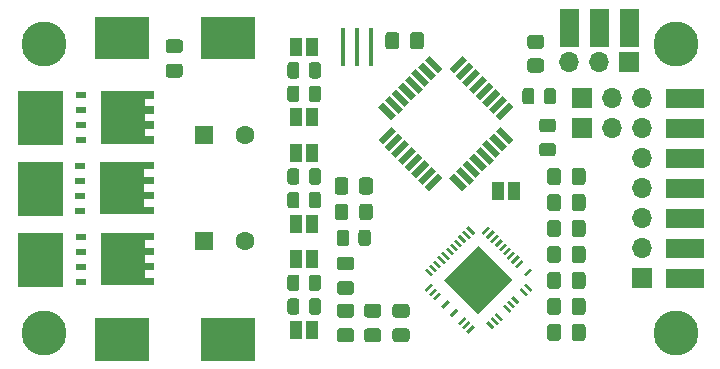
<source format=gbr>
%TF.GenerationSoftware,KiCad,Pcbnew,(5.1.10)-1*%
%TF.CreationDate,2021-11-06T00:48:36+01:00*%
%TF.ProjectId,xESC,78455343-2e6b-4696-9361-645f70636258,rev?*%
%TF.SameCoordinates,Original*%
%TF.FileFunction,Soldermask,Top*%
%TF.FilePolarity,Negative*%
%FSLAX46Y46*%
G04 Gerber Fmt 4.6, Leading zero omitted, Abs format (unit mm)*
G04 Created by KiCad (PCBNEW (5.1.10)-1) date 2021-11-06 00:48:36*
%MOMM*%
%LPD*%
G01*
G04 APERTURE LIST*
%ADD10C,0.100000*%
%ADD11R,1.000000X1.500000*%
%ADD12C,3.800000*%
%ADD13R,1.500000X1.500000*%
%ADD14O,1.700000X1.700000*%
%ADD15R,1.700000X1.700000*%
%ADD16R,0.850000X0.500000*%
%ADD17R,1.600000X1.600000*%
%ADD18C,1.600000*%
%ADD19R,0.400000X3.200000*%
G04 APERTURE END LIST*
D10*
G36*
X203168000Y-32925000D02*
G01*
X201644000Y-32925000D01*
X201644020Y-29811540D01*
X203168020Y-29811540D01*
X203168000Y-32925000D01*
G37*
X203168000Y-32925000D02*
X201644000Y-32925000D01*
X201644020Y-29811540D01*
X203168020Y-29811540D01*
X203168000Y-32925000D01*
G36*
X208248000Y-32925000D02*
G01*
X206724000Y-32925000D01*
X206724020Y-29811540D01*
X208248020Y-29811540D01*
X208248000Y-32925000D01*
G37*
X208248000Y-32925000D02*
X206724000Y-32925000D01*
X206724020Y-29811540D01*
X208248020Y-29811540D01*
X208248000Y-32925000D01*
G36*
X205708000Y-32925000D02*
G01*
X204184000Y-32925000D01*
X204184020Y-29811540D01*
X205708020Y-29811540D01*
X205708000Y-32925000D01*
G37*
X205708000Y-32925000D02*
X204184000Y-32925000D01*
X204184020Y-29811540D01*
X205708020Y-29811540D01*
X205708000Y-32925000D01*
G36*
X213738460Y-36609020D02*
G01*
X213738460Y-38133020D01*
X210625000Y-38133000D01*
X210625000Y-36609000D01*
X213738460Y-36609020D01*
G37*
X213738460Y-36609020D02*
X213738460Y-38133020D01*
X210625000Y-38133000D01*
X210625000Y-36609000D01*
X213738460Y-36609020D01*
G36*
X213738460Y-39149020D02*
G01*
X213738460Y-40673020D01*
X210625000Y-40673000D01*
X210625000Y-39149000D01*
X213738460Y-39149020D01*
G37*
X213738460Y-39149020D02*
X213738460Y-40673020D01*
X210625000Y-40673000D01*
X210625000Y-39149000D01*
X213738460Y-39149020D01*
G36*
X213738460Y-41689020D02*
G01*
X213738460Y-43213020D01*
X210625000Y-43213000D01*
X210625000Y-41689000D01*
X213738460Y-41689020D01*
G37*
X213738460Y-41689020D02*
X213738460Y-43213020D01*
X210625000Y-43213000D01*
X210625000Y-41689000D01*
X213738460Y-41689020D01*
G36*
X213738460Y-44229020D02*
G01*
X213738460Y-45753020D01*
X210625000Y-45753000D01*
X210625000Y-44229000D01*
X213738460Y-44229020D01*
G37*
X213738460Y-44229020D02*
X213738460Y-45753020D01*
X210625000Y-45753000D01*
X210625000Y-44229000D01*
X213738460Y-44229020D01*
G36*
X213738460Y-51849020D02*
G01*
X213738460Y-53373020D01*
X210625000Y-53373000D01*
X210625000Y-51849000D01*
X213738460Y-51849020D01*
G37*
X213738460Y-51849020D02*
X213738460Y-53373020D01*
X210625000Y-53373000D01*
X210625000Y-51849000D01*
X213738460Y-51849020D01*
G36*
X213738460Y-49309020D02*
G01*
X213738460Y-50833020D01*
X210625000Y-50833000D01*
X210625000Y-49309000D01*
X213738460Y-49309020D01*
G37*
X213738460Y-49309020D02*
X213738460Y-50833020D01*
X210625000Y-50833000D01*
X210625000Y-49309000D01*
X213738460Y-49309020D01*
G36*
X175750000Y-59500000D02*
G01*
X171250000Y-59500000D01*
X171250000Y-56000000D01*
X175750000Y-56000000D01*
X175750000Y-59500000D01*
G37*
X175750000Y-59500000D02*
X171250000Y-59500000D01*
X171250000Y-56000000D01*
X175750000Y-56000000D01*
X175750000Y-59500000D01*
G36*
X175750000Y-34000000D02*
G01*
X171250000Y-34000000D01*
X171250000Y-30500000D01*
X175750000Y-30500000D01*
X175750000Y-34000000D01*
G37*
X175750000Y-34000000D02*
X171250000Y-34000000D01*
X171250000Y-30500000D01*
X175750000Y-30500000D01*
X175750000Y-34000000D01*
G36*
X159500000Y-53250000D02*
G01*
X155750000Y-53250000D01*
X155750000Y-48750000D01*
X159500000Y-48750000D01*
X159500000Y-53250000D01*
G37*
X159500000Y-53250000D02*
X155750000Y-53250000D01*
X155750000Y-48750000D01*
X159500000Y-48750000D01*
X159500000Y-53250000D01*
G36*
X159500000Y-47250000D02*
G01*
X155750000Y-47250000D01*
X155750000Y-42750000D01*
X159500000Y-42750000D01*
X159500000Y-47250000D01*
G37*
X159500000Y-47250000D02*
X155750000Y-47250000D01*
X155750000Y-42750000D01*
X159500000Y-42750000D01*
X159500000Y-47250000D01*
G36*
X213738460Y-46769020D02*
G01*
X213738460Y-48293020D01*
X210625000Y-48293000D01*
X210625000Y-46769000D01*
X213738460Y-46769020D01*
G37*
X213738460Y-46769020D02*
X213738460Y-48293020D01*
X210625000Y-48293000D01*
X210625000Y-46769000D01*
X213738460Y-46769020D01*
G36*
X166750000Y-59500000D02*
G01*
X162250000Y-59500000D01*
X162250000Y-56000000D01*
X166750000Y-56000000D01*
X166750000Y-59500000D01*
G37*
X166750000Y-59500000D02*
X162250000Y-59500000D01*
X162250000Y-56000000D01*
X166750000Y-56000000D01*
X166750000Y-59500000D01*
G36*
X166750000Y-34000000D02*
G01*
X162250000Y-34000000D01*
X162250000Y-30500000D01*
X166750000Y-30500000D01*
X166750000Y-34000000D01*
G37*
X166750000Y-34000000D02*
X162250000Y-34000000D01*
X162250000Y-30500000D01*
X166750000Y-30500000D01*
X166750000Y-34000000D01*
G36*
X159500000Y-41250000D02*
G01*
X155750000Y-41250000D01*
X155750000Y-36750000D01*
X159500000Y-36750000D01*
X159500000Y-41250000D01*
G37*
X159500000Y-41250000D02*
X155750000Y-41250000D01*
X155750000Y-36750000D01*
X159500000Y-36750000D01*
X159500000Y-41250000D01*
%TO.C,R21*%
G36*
G01*
X199500000Y-36749999D02*
X199500000Y-37650001D01*
G75*
G02*
X199250001Y-37900000I-249999J0D01*
G01*
X198724999Y-37900000D01*
G75*
G02*
X198475000Y-37650001I0J249999D01*
G01*
X198475000Y-36749999D01*
G75*
G02*
X198724999Y-36500000I249999J0D01*
G01*
X199250001Y-36500000D01*
G75*
G02*
X199500000Y-36749999I0J-249999D01*
G01*
G37*
G36*
G01*
X201325000Y-36749999D02*
X201325000Y-37650001D01*
G75*
G02*
X201075001Y-37900000I-249999J0D01*
G01*
X200549999Y-37900000D01*
G75*
G02*
X200300000Y-37650001I0J249999D01*
G01*
X200300000Y-36749999D01*
G75*
G02*
X200549999Y-36500000I249999J0D01*
G01*
X201075001Y-36500000D01*
G75*
G02*
X201325000Y-36749999I0J-249999D01*
G01*
G37*
%TD*%
D11*
%TO.C,JP1*%
X197750000Y-45200000D03*
X196450000Y-45200000D03*
%TD*%
%TO.C,D4*%
G36*
G01*
X200149999Y-41150000D02*
X201050001Y-41150000D01*
G75*
G02*
X201300000Y-41399999I0J-249999D01*
G01*
X201300000Y-42050001D01*
G75*
G02*
X201050001Y-42300000I-249999J0D01*
G01*
X200149999Y-42300000D01*
G75*
G02*
X199900000Y-42050001I0J249999D01*
G01*
X199900000Y-41399999D01*
G75*
G02*
X200149999Y-41150000I249999J0D01*
G01*
G37*
G36*
G01*
X200149999Y-39100000D02*
X201050001Y-39100000D01*
G75*
G02*
X201300000Y-39349999I0J-249999D01*
G01*
X201300000Y-40000001D01*
G75*
G02*
X201050001Y-40250000I-249999J0D01*
G01*
X200149999Y-40250000D01*
G75*
G02*
X199900000Y-40000001I0J249999D01*
G01*
X199900000Y-39349999D01*
G75*
G02*
X200149999Y-39100000I249999J0D01*
G01*
G37*
%TD*%
D12*
%TO.C,H4*%
X158000000Y-57250000D03*
%TD*%
%TO.C,H3*%
X211500000Y-57250000D03*
%TD*%
%TO.C,H2*%
X211500000Y-32750000D03*
%TD*%
%TO.C,H1*%
X158000000Y-32750000D03*
%TD*%
D13*
%TO.C,TP7*%
X207500000Y-32000000D03*
%TD*%
%TO.C,TP2*%
X202400000Y-32000000D03*
%TD*%
%TO.C,TP1*%
X204950000Y-32000000D03*
%TD*%
D14*
%TO.C,J4*%
X202420000Y-34300000D03*
X204960000Y-34300000D03*
D15*
X207500000Y-34300000D03*
%TD*%
D10*
%TO.C,U1*%
G36*
X190214555Y-34143666D02*
G01*
X190603464Y-33754757D01*
X191734835Y-34886128D01*
X191345926Y-35275037D01*
X190214555Y-34143666D01*
G37*
G36*
X189648870Y-34709352D02*
G01*
X190037779Y-34320443D01*
X191169150Y-35451814D01*
X190780241Y-35840723D01*
X189648870Y-34709352D01*
G37*
G36*
X189083184Y-35275037D02*
G01*
X189472093Y-34886128D01*
X190603464Y-36017499D01*
X190214555Y-36406408D01*
X189083184Y-35275037D01*
G37*
G36*
X188517499Y-35840722D02*
G01*
X188906408Y-35451813D01*
X190037779Y-36583184D01*
X189648870Y-36972093D01*
X188517499Y-35840722D01*
G37*
G36*
X187951813Y-36406408D02*
G01*
X188340722Y-36017499D01*
X189472093Y-37148870D01*
X189083184Y-37537779D01*
X187951813Y-36406408D01*
G37*
G36*
X187386128Y-36972093D02*
G01*
X187775037Y-36583184D01*
X188906408Y-37714555D01*
X188517499Y-38103464D01*
X187386128Y-36972093D01*
G37*
G36*
X186820443Y-37537779D02*
G01*
X187209352Y-37148870D01*
X188340723Y-38280241D01*
X187951814Y-38669150D01*
X186820443Y-37537779D01*
G37*
G36*
X186254757Y-38103464D02*
G01*
X186643666Y-37714555D01*
X187775037Y-38845926D01*
X187386128Y-39234835D01*
X186254757Y-38103464D01*
G37*
G36*
X186643666Y-41285445D02*
G01*
X186254757Y-40896536D01*
X187386128Y-39765165D01*
X187775037Y-40154074D01*
X186643666Y-41285445D01*
G37*
G36*
X187209352Y-41851130D02*
G01*
X186820443Y-41462221D01*
X187951814Y-40330850D01*
X188340723Y-40719759D01*
X187209352Y-41851130D01*
G37*
G36*
X187775037Y-42416816D02*
G01*
X187386128Y-42027907D01*
X188517499Y-40896536D01*
X188906408Y-41285445D01*
X187775037Y-42416816D01*
G37*
G36*
X188340722Y-42982501D02*
G01*
X187951813Y-42593592D01*
X189083184Y-41462221D01*
X189472093Y-41851130D01*
X188340722Y-42982501D01*
G37*
G36*
X188906408Y-43548187D02*
G01*
X188517499Y-43159278D01*
X189648870Y-42027907D01*
X190037779Y-42416816D01*
X188906408Y-43548187D01*
G37*
G36*
X189472093Y-44113872D02*
G01*
X189083184Y-43724963D01*
X190214555Y-42593592D01*
X190603464Y-42982501D01*
X189472093Y-44113872D01*
G37*
G36*
X190037779Y-44679557D02*
G01*
X189648870Y-44290648D01*
X190780241Y-43159277D01*
X191169150Y-43548186D01*
X190037779Y-44679557D01*
G37*
G36*
X190603464Y-45245243D02*
G01*
X190214555Y-44856334D01*
X191345926Y-43724963D01*
X191734835Y-44113872D01*
X190603464Y-45245243D01*
G37*
G36*
X192265165Y-44113872D02*
G01*
X192654074Y-43724963D01*
X193785445Y-44856334D01*
X193396536Y-45245243D01*
X192265165Y-44113872D01*
G37*
G36*
X192830850Y-43548186D02*
G01*
X193219759Y-43159277D01*
X194351130Y-44290648D01*
X193962221Y-44679557D01*
X192830850Y-43548186D01*
G37*
G36*
X193396536Y-42982501D02*
G01*
X193785445Y-42593592D01*
X194916816Y-43724963D01*
X194527907Y-44113872D01*
X193396536Y-42982501D01*
G37*
G36*
X193962221Y-42416816D02*
G01*
X194351130Y-42027907D01*
X195482501Y-43159278D01*
X195093592Y-43548187D01*
X193962221Y-42416816D01*
G37*
G36*
X194527907Y-41851130D02*
G01*
X194916816Y-41462221D01*
X196048187Y-42593592D01*
X195659278Y-42982501D01*
X194527907Y-41851130D01*
G37*
G36*
X195093592Y-41285445D02*
G01*
X195482501Y-40896536D01*
X196613872Y-42027907D01*
X196224963Y-42416816D01*
X195093592Y-41285445D01*
G37*
G36*
X195659277Y-40719759D02*
G01*
X196048186Y-40330850D01*
X197179557Y-41462221D01*
X196790648Y-41851130D01*
X195659277Y-40719759D01*
G37*
G36*
X196224963Y-40154074D02*
G01*
X196613872Y-39765165D01*
X197745243Y-40896536D01*
X197356334Y-41285445D01*
X196224963Y-40154074D01*
G37*
G36*
X196613872Y-39234835D02*
G01*
X196224963Y-38845926D01*
X197356334Y-37714555D01*
X197745243Y-38103464D01*
X196613872Y-39234835D01*
G37*
G36*
X196048186Y-38669150D02*
G01*
X195659277Y-38280241D01*
X196790648Y-37148870D01*
X197179557Y-37537779D01*
X196048186Y-38669150D01*
G37*
G36*
X195482501Y-38103464D02*
G01*
X195093592Y-37714555D01*
X196224963Y-36583184D01*
X196613872Y-36972093D01*
X195482501Y-38103464D01*
G37*
G36*
X194916816Y-37537779D02*
G01*
X194527907Y-37148870D01*
X195659278Y-36017499D01*
X196048187Y-36406408D01*
X194916816Y-37537779D01*
G37*
G36*
X194351130Y-36972093D02*
G01*
X193962221Y-36583184D01*
X195093592Y-35451813D01*
X195482501Y-35840722D01*
X194351130Y-36972093D01*
G37*
G36*
X193785445Y-36406408D02*
G01*
X193396536Y-36017499D01*
X194527907Y-34886128D01*
X194916816Y-35275037D01*
X193785445Y-36406408D01*
G37*
G36*
X193219759Y-35840723D02*
G01*
X192830850Y-35451814D01*
X193962221Y-34320443D01*
X194351130Y-34709352D01*
X193219759Y-35840723D01*
G37*
G36*
X192654074Y-35275037D02*
G01*
X192265165Y-34886128D01*
X193396536Y-33754757D01*
X193785445Y-34143666D01*
X192654074Y-35275037D01*
G37*
%TD*%
%TO.C,Q3*%
G36*
X167325000Y-49395000D02*
G01*
X166525000Y-49395000D01*
X166525000Y-50065000D01*
X167325000Y-50065000D01*
X167325000Y-50665000D01*
X166525000Y-50665000D01*
X166525000Y-51335000D01*
X167325000Y-51335000D01*
X167325000Y-51935000D01*
X166525000Y-51935000D01*
X166525000Y-52605000D01*
X167325000Y-52605000D01*
X167325000Y-53205000D01*
X162775000Y-53205000D01*
X162775000Y-48795000D01*
X167325000Y-48795000D01*
X167325000Y-49395000D01*
G37*
D16*
X161100000Y-52905000D03*
X161100000Y-51635000D03*
X161100000Y-50365000D03*
X161100000Y-49095000D03*
%TD*%
%TO.C,Q5*%
X161050000Y-43095000D03*
X161050000Y-44365000D03*
X161050000Y-45635000D03*
X161050000Y-46905000D03*
D10*
G36*
X167275000Y-43395000D02*
G01*
X166475000Y-43395000D01*
X166475000Y-44065000D01*
X167275000Y-44065000D01*
X167275000Y-44665000D01*
X166475000Y-44665000D01*
X166475000Y-45335000D01*
X167275000Y-45335000D01*
X167275000Y-45935000D01*
X166475000Y-45935000D01*
X166475000Y-46605000D01*
X167275000Y-46605000D01*
X167275000Y-47205000D01*
X162725000Y-47205000D01*
X162725000Y-42795000D01*
X167275000Y-42795000D01*
X167275000Y-43395000D01*
G37*
%TD*%
D14*
%TO.C,J3*%
X208600000Y-37390000D03*
X206060000Y-37390000D03*
D15*
X203520000Y-37390000D03*
%TD*%
D14*
%TO.C,J2*%
X208600000Y-39930000D03*
X206060000Y-39930000D03*
D15*
X203520000Y-39930000D03*
%TD*%
D14*
%TO.C,J1*%
X208600000Y-42470000D03*
X208600000Y-45010000D03*
X208600000Y-47550000D03*
X208600000Y-50090000D03*
D15*
X208600000Y-52630000D03*
%TD*%
%TO.C,R6*%
G36*
G01*
X180400000Y-44450002D02*
X180400000Y-43549998D01*
G75*
G02*
X180649998Y-43300000I249998J0D01*
G01*
X181175002Y-43300000D01*
G75*
G02*
X181425000Y-43549998I0J-249998D01*
G01*
X181425000Y-44450002D01*
G75*
G02*
X181175002Y-44700000I-249998J0D01*
G01*
X180649998Y-44700000D01*
G75*
G02*
X180400000Y-44450002I0J249998D01*
G01*
G37*
G36*
G01*
X178575000Y-44450002D02*
X178575000Y-43549998D01*
G75*
G02*
X178824998Y-43300000I249998J0D01*
G01*
X179350002Y-43300000D01*
G75*
G02*
X179600000Y-43549998I0J-249998D01*
G01*
X179600000Y-44450002D01*
G75*
G02*
X179350002Y-44700000I-249998J0D01*
G01*
X178824998Y-44700000D01*
G75*
G02*
X178575000Y-44450002I0J249998D01*
G01*
G37*
%TD*%
%TO.C,R5*%
G36*
G01*
X180400000Y-46450002D02*
X180400000Y-45549998D01*
G75*
G02*
X180649998Y-45300000I249998J0D01*
G01*
X181175002Y-45300000D01*
G75*
G02*
X181425000Y-45549998I0J-249998D01*
G01*
X181425000Y-46450002D01*
G75*
G02*
X181175002Y-46700000I-249998J0D01*
G01*
X180649998Y-46700000D01*
G75*
G02*
X180400000Y-46450002I0J249998D01*
G01*
G37*
G36*
G01*
X178575000Y-46450002D02*
X178575000Y-45549998D01*
G75*
G02*
X178824998Y-45300000I249998J0D01*
G01*
X179350002Y-45300000D01*
G75*
G02*
X179600000Y-45549998I0J-249998D01*
G01*
X179600000Y-46450002D01*
G75*
G02*
X179350002Y-46700000I-249998J0D01*
G01*
X178824998Y-46700000D01*
G75*
G02*
X178575000Y-46450002I0J249998D01*
G01*
G37*
%TD*%
%TO.C,R4*%
G36*
G01*
X180400000Y-53450002D02*
X180400000Y-52549998D01*
G75*
G02*
X180649998Y-52300000I249998J0D01*
G01*
X181175002Y-52300000D01*
G75*
G02*
X181425000Y-52549998I0J-249998D01*
G01*
X181425000Y-53450002D01*
G75*
G02*
X181175002Y-53700000I-249998J0D01*
G01*
X180649998Y-53700000D01*
G75*
G02*
X180400000Y-53450002I0J249998D01*
G01*
G37*
G36*
G01*
X178575000Y-53450002D02*
X178575000Y-52549998D01*
G75*
G02*
X178824998Y-52300000I249998J0D01*
G01*
X179350002Y-52300000D01*
G75*
G02*
X179600000Y-52549998I0J-249998D01*
G01*
X179600000Y-53450002D01*
G75*
G02*
X179350002Y-53700000I-249998J0D01*
G01*
X178824998Y-53700000D01*
G75*
G02*
X178575000Y-53450002I0J249998D01*
G01*
G37*
%TD*%
%TO.C,R3*%
G36*
G01*
X180400000Y-55450002D02*
X180400000Y-54549998D01*
G75*
G02*
X180649998Y-54300000I249998J0D01*
G01*
X181175002Y-54300000D01*
G75*
G02*
X181425000Y-54549998I0J-249998D01*
G01*
X181425000Y-55450002D01*
G75*
G02*
X181175002Y-55700000I-249998J0D01*
G01*
X180649998Y-55700000D01*
G75*
G02*
X180400000Y-55450002I0J249998D01*
G01*
G37*
G36*
G01*
X178575000Y-55450002D02*
X178575000Y-54549998D01*
G75*
G02*
X178824998Y-54300000I249998J0D01*
G01*
X179350002Y-54300000D01*
G75*
G02*
X179600000Y-54549998I0J-249998D01*
G01*
X179600000Y-55450002D01*
G75*
G02*
X179350002Y-55700000I-249998J0D01*
G01*
X178824998Y-55700000D01*
G75*
G02*
X178575000Y-55450002I0J249998D01*
G01*
G37*
%TD*%
%TO.C,R2*%
G36*
G01*
X180400000Y-35450002D02*
X180400000Y-34549998D01*
G75*
G02*
X180649998Y-34300000I249998J0D01*
G01*
X181175002Y-34300000D01*
G75*
G02*
X181425000Y-34549998I0J-249998D01*
G01*
X181425000Y-35450002D01*
G75*
G02*
X181175002Y-35700000I-249998J0D01*
G01*
X180649998Y-35700000D01*
G75*
G02*
X180400000Y-35450002I0J249998D01*
G01*
G37*
G36*
G01*
X178575000Y-35450002D02*
X178575000Y-34549998D01*
G75*
G02*
X178824998Y-34300000I249998J0D01*
G01*
X179350002Y-34300000D01*
G75*
G02*
X179600000Y-34549998I0J-249998D01*
G01*
X179600000Y-35450002D01*
G75*
G02*
X179350002Y-35700000I-249998J0D01*
G01*
X178824998Y-35700000D01*
G75*
G02*
X178575000Y-35450002I0J249998D01*
G01*
G37*
%TD*%
%TO.C,R1*%
G36*
G01*
X180400000Y-37450002D02*
X180400000Y-36549998D01*
G75*
G02*
X180649998Y-36300000I249998J0D01*
G01*
X181175002Y-36300000D01*
G75*
G02*
X181425000Y-36549998I0J-249998D01*
G01*
X181425000Y-37450002D01*
G75*
G02*
X181175002Y-37700000I-249998J0D01*
G01*
X180649998Y-37700000D01*
G75*
G02*
X180400000Y-37450002I0J249998D01*
G01*
G37*
G36*
G01*
X178575000Y-37450002D02*
X178575000Y-36549998D01*
G75*
G02*
X178824998Y-36300000I249998J0D01*
G01*
X179350002Y-36300000D01*
G75*
G02*
X179600000Y-36549998I0J-249998D01*
G01*
X179600000Y-37450002D01*
G75*
G02*
X179350002Y-37700000I-249998J0D01*
G01*
X178824998Y-37700000D01*
G75*
G02*
X178575000Y-37450002I0J249998D01*
G01*
G37*
%TD*%
D11*
%TO.C,JP7*%
X179350000Y-42000000D03*
X180650000Y-42000000D03*
%TD*%
%TO.C,JP6*%
X179350000Y-48000000D03*
X180650000Y-48000000D03*
%TD*%
%TO.C,JP5*%
X179350000Y-51000000D03*
X180650000Y-51000000D03*
%TD*%
%TO.C,JP4*%
X179350000Y-57000000D03*
X180650000Y-57000000D03*
%TD*%
%TO.C,JP3*%
X179350000Y-33000000D03*
X180650000Y-33000000D03*
%TD*%
%TO.C,JP2*%
X179350000Y-39000000D03*
X180650000Y-39000000D03*
%TD*%
%TO.C,C18*%
G36*
G01*
X186875000Y-32975000D02*
X186875000Y-32025000D01*
G75*
G02*
X187125000Y-31775000I250000J0D01*
G01*
X187800000Y-31775000D01*
G75*
G02*
X188050000Y-32025000I0J-250000D01*
G01*
X188050000Y-32975000D01*
G75*
G02*
X187800000Y-33225000I-250000J0D01*
G01*
X187125000Y-33225000D01*
G75*
G02*
X186875000Y-32975000I0J250000D01*
G01*
G37*
G36*
G01*
X188950000Y-32975000D02*
X188950000Y-32025000D01*
G75*
G02*
X189200000Y-31775000I250000J0D01*
G01*
X189875000Y-31775000D01*
G75*
G02*
X190125000Y-32025000I0J-250000D01*
G01*
X190125000Y-32975000D01*
G75*
G02*
X189875000Y-33225000I-250000J0D01*
G01*
X189200000Y-33225000D01*
G75*
G02*
X188950000Y-32975000I0J250000D01*
G01*
G37*
%TD*%
%TO.C,C7*%
G36*
G01*
X183025000Y-54775000D02*
X183975000Y-54775000D01*
G75*
G02*
X184225000Y-55025000I0J-250000D01*
G01*
X184225000Y-55700000D01*
G75*
G02*
X183975000Y-55950000I-250000J0D01*
G01*
X183025000Y-55950000D01*
G75*
G02*
X182775000Y-55700000I0J250000D01*
G01*
X182775000Y-55025000D01*
G75*
G02*
X183025000Y-54775000I250000J0D01*
G01*
G37*
G36*
G01*
X183025000Y-56850000D02*
X183975000Y-56850000D01*
G75*
G02*
X184225000Y-57100000I0J-250000D01*
G01*
X184225000Y-57775000D01*
G75*
G02*
X183975000Y-58025000I-250000J0D01*
G01*
X183025000Y-58025000D01*
G75*
G02*
X182775000Y-57775000I0J250000D01*
G01*
X182775000Y-57100000D01*
G75*
G02*
X183025000Y-56850000I250000J0D01*
G01*
G37*
%TD*%
D17*
%TO.C,C10*%
X171500000Y-49500000D03*
D18*
X175000000Y-49500000D03*
%TD*%
%TO.C,R9*%
G36*
G01*
X185625000Y-48749998D02*
X185625000Y-49650002D01*
G75*
G02*
X185375002Y-49900000I-249998J0D01*
G01*
X184849998Y-49900000D01*
G75*
G02*
X184600000Y-49650002I0J249998D01*
G01*
X184600000Y-48749998D01*
G75*
G02*
X184849998Y-48500000I249998J0D01*
G01*
X185375002Y-48500000D01*
G75*
G02*
X185625000Y-48749998I0J-249998D01*
G01*
G37*
G36*
G01*
X183800000Y-48749998D02*
X183800000Y-49650002D01*
G75*
G02*
X183550002Y-49900000I-249998J0D01*
G01*
X183024998Y-49900000D01*
G75*
G02*
X182775000Y-49650002I0J249998D01*
G01*
X182775000Y-48749998D01*
G75*
G02*
X183024998Y-48500000I249998J0D01*
G01*
X183550002Y-48500000D01*
G75*
G02*
X183800000Y-48749998I0J-249998D01*
G01*
G37*
%TD*%
%TO.C,C14*%
G36*
G01*
X200575000Y-44475000D02*
X200575000Y-43525000D01*
G75*
G02*
X200825000Y-43275000I250000J0D01*
G01*
X201500000Y-43275000D01*
G75*
G02*
X201750000Y-43525000I0J-250000D01*
G01*
X201750000Y-44475000D01*
G75*
G02*
X201500000Y-44725000I-250000J0D01*
G01*
X200825000Y-44725000D01*
G75*
G02*
X200575000Y-44475000I0J250000D01*
G01*
G37*
G36*
G01*
X202650000Y-44475000D02*
X202650000Y-43525000D01*
G75*
G02*
X202900000Y-43275000I250000J0D01*
G01*
X203575000Y-43275000D01*
G75*
G02*
X203825000Y-43525000I0J-250000D01*
G01*
X203825000Y-44475000D01*
G75*
G02*
X203575000Y-44725000I-250000J0D01*
G01*
X202900000Y-44725000D01*
G75*
G02*
X202650000Y-44475000I0J250000D01*
G01*
G37*
%TD*%
%TO.C,C2*%
G36*
G01*
X203825000Y-52325000D02*
X203825000Y-53275000D01*
G75*
G02*
X203575000Y-53525000I-250000J0D01*
G01*
X202900000Y-53525000D01*
G75*
G02*
X202650000Y-53275000I0J250000D01*
G01*
X202650000Y-52325000D01*
G75*
G02*
X202900000Y-52075000I250000J0D01*
G01*
X203575000Y-52075000D01*
G75*
G02*
X203825000Y-52325000I0J-250000D01*
G01*
G37*
G36*
G01*
X201750000Y-52325000D02*
X201750000Y-53275000D01*
G75*
G02*
X201500000Y-53525000I-250000J0D01*
G01*
X200825000Y-53525000D01*
G75*
G02*
X200575000Y-53275000I0J250000D01*
G01*
X200575000Y-52325000D01*
G75*
G02*
X200825000Y-52075000I250000J0D01*
G01*
X201500000Y-52075000D01*
G75*
G02*
X201750000Y-52325000I0J-250000D01*
G01*
G37*
%TD*%
%TO.C,R16*%
G36*
G01*
X200050001Y-35200000D02*
X199149999Y-35200000D01*
G75*
G02*
X198900000Y-34950001I0J249999D01*
G01*
X198900000Y-34249999D01*
G75*
G02*
X199149999Y-34000000I249999J0D01*
G01*
X200050001Y-34000000D01*
G75*
G02*
X200300000Y-34249999I0J-249999D01*
G01*
X200300000Y-34950001D01*
G75*
G02*
X200050001Y-35200000I-249999J0D01*
G01*
G37*
G36*
G01*
X200050001Y-33200000D02*
X199149999Y-33200000D01*
G75*
G02*
X198900000Y-32950001I0J249999D01*
G01*
X198900000Y-32249999D01*
G75*
G02*
X199149999Y-32000000I249999J0D01*
G01*
X200050001Y-32000000D01*
G75*
G02*
X200300000Y-32249999I0J-249999D01*
G01*
X200300000Y-32950001D01*
G75*
G02*
X200050001Y-33200000I-249999J0D01*
G01*
G37*
%TD*%
%TO.C,C1*%
G36*
G01*
X185825000Y-44325000D02*
X185825000Y-45275000D01*
G75*
G02*
X185575000Y-45525000I-250000J0D01*
G01*
X184900000Y-45525000D01*
G75*
G02*
X184650000Y-45275000I0J250000D01*
G01*
X184650000Y-44325000D01*
G75*
G02*
X184900000Y-44075000I250000J0D01*
G01*
X185575000Y-44075000D01*
G75*
G02*
X185825000Y-44325000I0J-250000D01*
G01*
G37*
G36*
G01*
X183750000Y-44325000D02*
X183750000Y-45275000D01*
G75*
G02*
X183500000Y-45525000I-250000J0D01*
G01*
X182825000Y-45525000D01*
G75*
G02*
X182575000Y-45275000I0J250000D01*
G01*
X182575000Y-44325000D01*
G75*
G02*
X182825000Y-44075000I250000J0D01*
G01*
X183500000Y-44075000D01*
G75*
G02*
X183750000Y-44325000I0J-250000D01*
G01*
G37*
%TD*%
%TO.C,C3*%
G36*
G01*
X203825000Y-54525000D02*
X203825000Y-55475000D01*
G75*
G02*
X203575000Y-55725000I-250000J0D01*
G01*
X202900000Y-55725000D01*
G75*
G02*
X202650000Y-55475000I0J250000D01*
G01*
X202650000Y-54525000D01*
G75*
G02*
X202900000Y-54275000I250000J0D01*
G01*
X203575000Y-54275000D01*
G75*
G02*
X203825000Y-54525000I0J-250000D01*
G01*
G37*
G36*
G01*
X201750000Y-54525000D02*
X201750000Y-55475000D01*
G75*
G02*
X201500000Y-55725000I-250000J0D01*
G01*
X200825000Y-55725000D01*
G75*
G02*
X200575000Y-55475000I0J250000D01*
G01*
X200575000Y-54525000D01*
G75*
G02*
X200825000Y-54275000I250000J0D01*
G01*
X201500000Y-54275000D01*
G75*
G02*
X201750000Y-54525000I0J-250000D01*
G01*
G37*
%TD*%
%TO.C,C6*%
G36*
G01*
X186275000Y-58025000D02*
X185325000Y-58025000D01*
G75*
G02*
X185075000Y-57775000I0J250000D01*
G01*
X185075000Y-57100000D01*
G75*
G02*
X185325000Y-56850000I250000J0D01*
G01*
X186275000Y-56850000D01*
G75*
G02*
X186525000Y-57100000I0J-250000D01*
G01*
X186525000Y-57775000D01*
G75*
G02*
X186275000Y-58025000I-250000J0D01*
G01*
G37*
G36*
G01*
X186275000Y-55950000D02*
X185325000Y-55950000D01*
G75*
G02*
X185075000Y-55700000I0J250000D01*
G01*
X185075000Y-55025000D01*
G75*
G02*
X185325000Y-54775000I250000J0D01*
G01*
X186275000Y-54775000D01*
G75*
G02*
X186525000Y-55025000I0J-250000D01*
G01*
X186525000Y-55700000D01*
G75*
G02*
X186275000Y-55950000I-250000J0D01*
G01*
G37*
%TD*%
%TO.C,C5*%
G36*
G01*
X203825000Y-56725000D02*
X203825000Y-57675000D01*
G75*
G02*
X203575000Y-57925000I-250000J0D01*
G01*
X202900000Y-57925000D01*
G75*
G02*
X202650000Y-57675000I0J250000D01*
G01*
X202650000Y-56725000D01*
G75*
G02*
X202900000Y-56475000I250000J0D01*
G01*
X203575000Y-56475000D01*
G75*
G02*
X203825000Y-56725000I0J-250000D01*
G01*
G37*
G36*
G01*
X201750000Y-56725000D02*
X201750000Y-57675000D01*
G75*
G02*
X201500000Y-57925000I-250000J0D01*
G01*
X200825000Y-57925000D01*
G75*
G02*
X200575000Y-57675000I0J250000D01*
G01*
X200575000Y-56725000D01*
G75*
G02*
X200825000Y-56475000I250000J0D01*
G01*
X201500000Y-56475000D01*
G75*
G02*
X201750000Y-56725000I0J-250000D01*
G01*
G37*
%TD*%
D19*
%TO.C,Y1*%
X183300000Y-33000000D03*
X184500000Y-33000000D03*
X185700000Y-33000000D03*
%TD*%
D17*
%TO.C,C20*%
X171500000Y-40500000D03*
D18*
X175000000Y-40500000D03*
%TD*%
%TO.C,C19*%
G36*
G01*
X203825000Y-45725000D02*
X203825000Y-46675000D01*
G75*
G02*
X203575000Y-46925000I-250000J0D01*
G01*
X202900000Y-46925000D01*
G75*
G02*
X202650000Y-46675000I0J250000D01*
G01*
X202650000Y-45725000D01*
G75*
G02*
X202900000Y-45475000I250000J0D01*
G01*
X203575000Y-45475000D01*
G75*
G02*
X203825000Y-45725000I0J-250000D01*
G01*
G37*
G36*
G01*
X201750000Y-45725000D02*
X201750000Y-46675000D01*
G75*
G02*
X201500000Y-46925000I-250000J0D01*
G01*
X200825000Y-46925000D01*
G75*
G02*
X200575000Y-46675000I0J250000D01*
G01*
X200575000Y-45725000D01*
G75*
G02*
X200825000Y-45475000I250000J0D01*
G01*
X201500000Y-45475000D01*
G75*
G02*
X201750000Y-45725000I0J-250000D01*
G01*
G37*
%TD*%
%TO.C,C11*%
G36*
G01*
X169475000Y-35625000D02*
X168525000Y-35625000D01*
G75*
G02*
X168275000Y-35375000I0J250000D01*
G01*
X168275000Y-34700000D01*
G75*
G02*
X168525000Y-34450000I250000J0D01*
G01*
X169475000Y-34450000D01*
G75*
G02*
X169725000Y-34700000I0J-250000D01*
G01*
X169725000Y-35375000D01*
G75*
G02*
X169475000Y-35625000I-250000J0D01*
G01*
G37*
G36*
G01*
X169475000Y-33550000D02*
X168525000Y-33550000D01*
G75*
G02*
X168275000Y-33300000I0J250000D01*
G01*
X168275000Y-32625000D01*
G75*
G02*
X168525000Y-32375000I250000J0D01*
G01*
X169475000Y-32375000D01*
G75*
G02*
X169725000Y-32625000I0J-250000D01*
G01*
X169725000Y-33300000D01*
G75*
G02*
X169475000Y-33550000I-250000J0D01*
G01*
G37*
%TD*%
%TO.C,C13*%
G36*
G01*
X203825000Y-50125000D02*
X203825000Y-51075000D01*
G75*
G02*
X203575000Y-51325000I-250000J0D01*
G01*
X202900000Y-51325000D01*
G75*
G02*
X202650000Y-51075000I0J250000D01*
G01*
X202650000Y-50125000D01*
G75*
G02*
X202900000Y-49875000I250000J0D01*
G01*
X203575000Y-49875000D01*
G75*
G02*
X203825000Y-50125000I0J-250000D01*
G01*
G37*
G36*
G01*
X201750000Y-50125000D02*
X201750000Y-51075000D01*
G75*
G02*
X201500000Y-51325000I-250000J0D01*
G01*
X200825000Y-51325000D01*
G75*
G02*
X200575000Y-51075000I0J250000D01*
G01*
X200575000Y-50125000D01*
G75*
G02*
X200825000Y-49875000I250000J0D01*
G01*
X201500000Y-49875000D01*
G75*
G02*
X201750000Y-50125000I0J-250000D01*
G01*
G37*
%TD*%
%TO.C,C12*%
G36*
G01*
X200575000Y-48875000D02*
X200575000Y-47925000D01*
G75*
G02*
X200825000Y-47675000I250000J0D01*
G01*
X201500000Y-47675000D01*
G75*
G02*
X201750000Y-47925000I0J-250000D01*
G01*
X201750000Y-48875000D01*
G75*
G02*
X201500000Y-49125000I-250000J0D01*
G01*
X200825000Y-49125000D01*
G75*
G02*
X200575000Y-48875000I0J250000D01*
G01*
G37*
G36*
G01*
X202650000Y-48875000D02*
X202650000Y-47925000D01*
G75*
G02*
X202900000Y-47675000I250000J0D01*
G01*
X203575000Y-47675000D01*
G75*
G02*
X203825000Y-47925000I0J-250000D01*
G01*
X203825000Y-48875000D01*
G75*
G02*
X203575000Y-49125000I-250000J0D01*
G01*
X202900000Y-49125000D01*
G75*
G02*
X202650000Y-48875000I0J250000D01*
G01*
G37*
%TD*%
%TO.C,C9*%
G36*
G01*
X188675000Y-58025000D02*
X187725000Y-58025000D01*
G75*
G02*
X187475000Y-57775000I0J250000D01*
G01*
X187475000Y-57100000D01*
G75*
G02*
X187725000Y-56850000I250000J0D01*
G01*
X188675000Y-56850000D01*
G75*
G02*
X188925000Y-57100000I0J-250000D01*
G01*
X188925000Y-57775000D01*
G75*
G02*
X188675000Y-58025000I-250000J0D01*
G01*
G37*
G36*
G01*
X188675000Y-55950000D02*
X187725000Y-55950000D01*
G75*
G02*
X187475000Y-55700000I0J250000D01*
G01*
X187475000Y-55025000D01*
G75*
G02*
X187725000Y-54775000I250000J0D01*
G01*
X188675000Y-54775000D01*
G75*
G02*
X188925000Y-55025000I0J-250000D01*
G01*
X188925000Y-55700000D01*
G75*
G02*
X188675000Y-55950000I-250000J0D01*
G01*
G37*
%TD*%
%TO.C,C4*%
G36*
G01*
X183975000Y-54025000D02*
X183025000Y-54025000D01*
G75*
G02*
X182775000Y-53775000I0J250000D01*
G01*
X182775000Y-53100000D01*
G75*
G02*
X183025000Y-52850000I250000J0D01*
G01*
X183975000Y-52850000D01*
G75*
G02*
X184225000Y-53100000I0J-250000D01*
G01*
X184225000Y-53775000D01*
G75*
G02*
X183975000Y-54025000I-250000J0D01*
G01*
G37*
G36*
G01*
X183975000Y-51950000D02*
X183025000Y-51950000D01*
G75*
G02*
X182775000Y-51700000I0J250000D01*
G01*
X182775000Y-51025000D01*
G75*
G02*
X183025000Y-50775000I250000J0D01*
G01*
X183975000Y-50775000D01*
G75*
G02*
X184225000Y-51025000I0J-250000D01*
G01*
X184225000Y-51700000D01*
G75*
G02*
X183975000Y-51950000I-250000J0D01*
G01*
G37*
%TD*%
D16*
%TO.C,Q1*%
X161100000Y-37095000D03*
X161100000Y-38365000D03*
X161100000Y-39635000D03*
X161100000Y-40905000D03*
D10*
G36*
X167325000Y-37395000D02*
G01*
X166525000Y-37395000D01*
X166525000Y-38065000D01*
X167325000Y-38065000D01*
X167325000Y-38665000D01*
X166525000Y-38665000D01*
X166525000Y-39335000D01*
X167325000Y-39335000D01*
X167325000Y-39935000D01*
X166525000Y-39935000D01*
X166525000Y-40605000D01*
X167325000Y-40605000D01*
X167325000Y-41205000D01*
X162775000Y-41205000D01*
X162775000Y-36795000D01*
X167325000Y-36795000D01*
X167325000Y-37395000D01*
G37*
%TD*%
%TO.C,D1*%
G36*
G01*
X185800000Y-46549999D02*
X185800000Y-47450001D01*
G75*
G02*
X185550001Y-47700000I-249999J0D01*
G01*
X184899999Y-47700000D01*
G75*
G02*
X184650000Y-47450001I0J249999D01*
G01*
X184650000Y-46549999D01*
G75*
G02*
X184899999Y-46300000I249999J0D01*
G01*
X185550001Y-46300000D01*
G75*
G02*
X185800000Y-46549999I0J-249999D01*
G01*
G37*
G36*
G01*
X183750000Y-46549999D02*
X183750000Y-47450001D01*
G75*
G02*
X183500001Y-47700000I-249999J0D01*
G01*
X182849999Y-47700000D01*
G75*
G02*
X182600000Y-47450001I0J249999D01*
G01*
X182600000Y-46549999D01*
G75*
G02*
X182849999Y-46300000I249999J0D01*
G01*
X183500001Y-46300000D01*
G75*
G02*
X183750000Y-46549999I0J-249999D01*
G01*
G37*
%TD*%
%TO.C,U2*%
G36*
X198581529Y-52274400D02*
G01*
X199120344Y-51735585D01*
X199299949Y-51915190D01*
X198761134Y-52454005D01*
X198581529Y-52274400D01*
G37*
G36*
X197874422Y-51567293D02*
G01*
X198413237Y-51028478D01*
X198592842Y-51208083D01*
X198054027Y-51746898D01*
X197874422Y-51567293D01*
G37*
G36*
X197520870Y-51213740D02*
G01*
X198059685Y-50674925D01*
X198239290Y-50854530D01*
X197700475Y-51393345D01*
X197520870Y-51213740D01*
G37*
G36*
X197167315Y-50860186D02*
G01*
X197706130Y-50321371D01*
X197885735Y-50500976D01*
X197346920Y-51039791D01*
X197167315Y-50860186D01*
G37*
G36*
X196813762Y-50506633D02*
G01*
X197352577Y-49967818D01*
X197532182Y-50147423D01*
X196993367Y-50686238D01*
X196813762Y-50506633D01*
G37*
G36*
X196460209Y-50153080D02*
G01*
X196999024Y-49614265D01*
X197178629Y-49793870D01*
X196639814Y-50332685D01*
X196460209Y-50153080D01*
G37*
G36*
X196106655Y-49799525D02*
G01*
X196645470Y-49260710D01*
X196825075Y-49440315D01*
X196286260Y-49979130D01*
X196106655Y-49799525D01*
G37*
G36*
X195753102Y-49445973D02*
G01*
X196291917Y-48907158D01*
X196471522Y-49086763D01*
X195932707Y-49625578D01*
X195753102Y-49445973D01*
G37*
G36*
X195399548Y-49092419D02*
G01*
X195938363Y-48553604D01*
X196117968Y-48733209D01*
X195579153Y-49272024D01*
X195399548Y-49092419D01*
G37*
G36*
X195045995Y-48738866D02*
G01*
X195584810Y-48200051D01*
X195764415Y-48379656D01*
X195225600Y-48918471D01*
X195045995Y-48738866D01*
G37*
G36*
X193915190Y-48200051D02*
G01*
X194454005Y-48738866D01*
X194274400Y-48918471D01*
X193735585Y-48379656D01*
X193915190Y-48200051D01*
G37*
G36*
X193561637Y-48553604D02*
G01*
X194100452Y-49092419D01*
X193920847Y-49272024D01*
X193382032Y-48733209D01*
X193561637Y-48553604D01*
G37*
G36*
X193208083Y-48907158D02*
G01*
X193746898Y-49445973D01*
X193567293Y-49625578D01*
X193028478Y-49086763D01*
X193208083Y-48907158D01*
G37*
G36*
X192854530Y-49260710D02*
G01*
X193393345Y-49799525D01*
X193213740Y-49979130D01*
X192674925Y-49440315D01*
X192854530Y-49260710D01*
G37*
G36*
X192500976Y-49614265D02*
G01*
X193039791Y-50153080D01*
X192860186Y-50332685D01*
X192321371Y-49793870D01*
X192500976Y-49614265D01*
G37*
G36*
X192147423Y-49967818D02*
G01*
X192686238Y-50506633D01*
X192506633Y-50686238D01*
X191967818Y-50147423D01*
X192147423Y-49967818D01*
G37*
G36*
X191793870Y-50321371D02*
G01*
X192332685Y-50860186D01*
X192153080Y-51039791D01*
X191614265Y-50500976D01*
X191793870Y-50321371D01*
G37*
G36*
X191440315Y-50674925D02*
G01*
X191979130Y-51213740D01*
X191799525Y-51393345D01*
X191260710Y-50854530D01*
X191440315Y-50674925D01*
G37*
G36*
X191086763Y-51028478D02*
G01*
X191625578Y-51567293D01*
X191445973Y-51746898D01*
X190907158Y-51208083D01*
X191086763Y-51028478D01*
G37*
G36*
X190733209Y-51382032D02*
G01*
X191272024Y-51920847D01*
X191092419Y-52100452D01*
X190553604Y-51561637D01*
X190733209Y-51382032D01*
G37*
G36*
X190379656Y-51735585D02*
G01*
X190918471Y-52274400D01*
X190738866Y-52454005D01*
X190200051Y-51915190D01*
X190379656Y-51735585D01*
G37*
G36*
X190200051Y-53584810D02*
G01*
X190738866Y-53045995D01*
X190918471Y-53225600D01*
X190379656Y-53764415D01*
X190200051Y-53584810D01*
G37*
G36*
X190553604Y-53938363D02*
G01*
X191092419Y-53399548D01*
X191272024Y-53579153D01*
X190733209Y-54117968D01*
X190553604Y-53938363D01*
G37*
G36*
X190907158Y-54291917D02*
G01*
X191445973Y-53753102D01*
X191625578Y-53932707D01*
X191086763Y-54471522D01*
X190907158Y-54291917D01*
G37*
G36*
X191614265Y-54999024D02*
G01*
X192153080Y-54460209D01*
X192332685Y-54639814D01*
X191793870Y-55178629D01*
X191614265Y-54999024D01*
G37*
G36*
X192321371Y-55706130D02*
G01*
X192860186Y-55167315D01*
X193039791Y-55346920D01*
X192500976Y-55885735D01*
X192321371Y-55706130D01*
G37*
G36*
X193028478Y-56413237D02*
G01*
X193567293Y-55874422D01*
X193746898Y-56054027D01*
X193208083Y-56592842D01*
X193028478Y-56413237D01*
G37*
G36*
X193382032Y-56766791D02*
G01*
X193920847Y-56227976D01*
X194100452Y-56407581D01*
X193561637Y-56946396D01*
X193382032Y-56766791D01*
G37*
G36*
X193735585Y-57120344D02*
G01*
X194274400Y-56581529D01*
X194454005Y-56761134D01*
X193915190Y-57299949D01*
X193735585Y-57120344D01*
G37*
G36*
X195579153Y-56227976D02*
G01*
X196117968Y-56766791D01*
X195938363Y-56946396D01*
X195399548Y-56407581D01*
X195579153Y-56227976D01*
G37*
G36*
X195932707Y-55874422D02*
G01*
X196471522Y-56413237D01*
X196291917Y-56592842D01*
X195753102Y-56054027D01*
X195932707Y-55874422D01*
G37*
G36*
X196286260Y-55520870D02*
G01*
X196825075Y-56059685D01*
X196645470Y-56239290D01*
X196106655Y-55700475D01*
X196286260Y-55520870D01*
G37*
G36*
X196993367Y-54813762D02*
G01*
X197532182Y-55352577D01*
X197352577Y-55532182D01*
X196813762Y-54993367D01*
X196993367Y-54813762D01*
G37*
G36*
X197346920Y-54460209D02*
G01*
X197885735Y-54999024D01*
X197706130Y-55178629D01*
X197167315Y-54639814D01*
X197346920Y-54460209D01*
G37*
G36*
X197700475Y-54106655D02*
G01*
X198239290Y-54645470D01*
X198059685Y-54825075D01*
X197520870Y-54286260D01*
X197700475Y-54106655D01*
G37*
G36*
X198407581Y-53399548D02*
G01*
X198946396Y-53938363D01*
X198766791Y-54117968D01*
X198227976Y-53579153D01*
X198407581Y-53399548D01*
G37*
G36*
X198761134Y-53045995D02*
G01*
X199299949Y-53584810D01*
X199120344Y-53764415D01*
X198581529Y-53225600D01*
X198761134Y-53045995D01*
G37*
G36*
X194750000Y-49858358D02*
G01*
X197641642Y-52750000D01*
X194750000Y-55641642D01*
X191858358Y-52750000D01*
X194750000Y-49858358D01*
G37*
%TD*%
M02*

</source>
